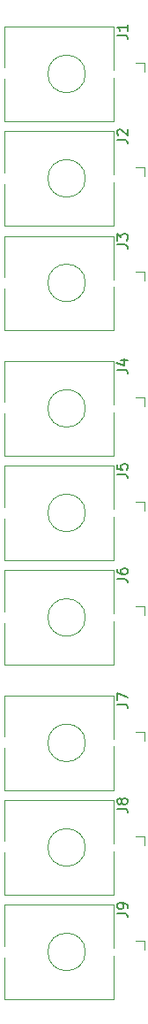
<source format=gto>
G04 #@! TF.GenerationSoftware,KiCad,Pcbnew,7.0.7-7.0.7~ubuntu22.04.1*
G04 #@! TF.CreationDate,2023-09-23T20:45:54+02:00*
G04 #@! TF.ProjectId,Multiple-3x2,4d756c74-6970-46c6-952d-3378322e6b69,rev?*
G04 #@! TF.SameCoordinates,Original*
G04 #@! TF.FileFunction,Legend,Top*
G04 #@! TF.FilePolarity,Positive*
%FSLAX46Y46*%
G04 Gerber Fmt 4.6, Leading zero omitted, Abs format (unit mm)*
G04 Created by KiCad (PCBNEW 7.0.7-7.0.7~ubuntu22.04.1) date 2023-09-23 20:45:54*
%MOMM*%
%LPD*%
G01*
G04 APERTURE LIST*
%ADD10C,0.150000*%
%ADD11C,0.120000*%
%ADD12R,1.830000X1.930000*%
%ADD13C,2.130000*%
G04 APERTURE END LIST*
D10*
X64154819Y-90303333D02*
X64869104Y-90303333D01*
X64869104Y-90303333D02*
X65011961Y-90350952D01*
X65011961Y-90350952D02*
X65107200Y-90446190D01*
X65107200Y-90446190D02*
X65154819Y-90589047D01*
X65154819Y-90589047D02*
X65154819Y-90684285D01*
X64154819Y-89398571D02*
X64154819Y-89589047D01*
X64154819Y-89589047D02*
X64202438Y-89684285D01*
X64202438Y-89684285D02*
X64250057Y-89731904D01*
X64250057Y-89731904D02*
X64392914Y-89827142D01*
X64392914Y-89827142D02*
X64583390Y-89874761D01*
X64583390Y-89874761D02*
X64964342Y-89874761D01*
X64964342Y-89874761D02*
X65059580Y-89827142D01*
X65059580Y-89827142D02*
X65107200Y-89779523D01*
X65107200Y-89779523D02*
X65154819Y-89684285D01*
X65154819Y-89684285D02*
X65154819Y-89493809D01*
X65154819Y-89493809D02*
X65107200Y-89398571D01*
X65107200Y-89398571D02*
X65059580Y-89350952D01*
X65059580Y-89350952D02*
X64964342Y-89303333D01*
X64964342Y-89303333D02*
X64726247Y-89303333D01*
X64726247Y-89303333D02*
X64631009Y-89350952D01*
X64631009Y-89350952D02*
X64583390Y-89398571D01*
X64583390Y-89398571D02*
X64535771Y-89493809D01*
X64535771Y-89493809D02*
X64535771Y-89684285D01*
X64535771Y-89684285D02*
X64583390Y-89779523D01*
X64583390Y-89779523D02*
X64631009Y-89827142D01*
X64631009Y-89827142D02*
X64726247Y-89874761D01*
X64154819Y-70303333D02*
X64869104Y-70303333D01*
X64869104Y-70303333D02*
X65011961Y-70350952D01*
X65011961Y-70350952D02*
X65107200Y-70446190D01*
X65107200Y-70446190D02*
X65154819Y-70589047D01*
X65154819Y-70589047D02*
X65154819Y-70684285D01*
X64488152Y-69398571D02*
X65154819Y-69398571D01*
X64107200Y-69636666D02*
X64821485Y-69874761D01*
X64821485Y-69874761D02*
X64821485Y-69255714D01*
X64154819Y-122303333D02*
X64869104Y-122303333D01*
X64869104Y-122303333D02*
X65011961Y-122350952D01*
X65011961Y-122350952D02*
X65107200Y-122446190D01*
X65107200Y-122446190D02*
X65154819Y-122589047D01*
X65154819Y-122589047D02*
X65154819Y-122684285D01*
X65154819Y-121779523D02*
X65154819Y-121589047D01*
X65154819Y-121589047D02*
X65107200Y-121493809D01*
X65107200Y-121493809D02*
X65059580Y-121446190D01*
X65059580Y-121446190D02*
X64916723Y-121350952D01*
X64916723Y-121350952D02*
X64726247Y-121303333D01*
X64726247Y-121303333D02*
X64345295Y-121303333D01*
X64345295Y-121303333D02*
X64250057Y-121350952D01*
X64250057Y-121350952D02*
X64202438Y-121398571D01*
X64202438Y-121398571D02*
X64154819Y-121493809D01*
X64154819Y-121493809D02*
X64154819Y-121684285D01*
X64154819Y-121684285D02*
X64202438Y-121779523D01*
X64202438Y-121779523D02*
X64250057Y-121827142D01*
X64250057Y-121827142D02*
X64345295Y-121874761D01*
X64345295Y-121874761D02*
X64583390Y-121874761D01*
X64583390Y-121874761D02*
X64678628Y-121827142D01*
X64678628Y-121827142D02*
X64726247Y-121779523D01*
X64726247Y-121779523D02*
X64773866Y-121684285D01*
X64773866Y-121684285D02*
X64773866Y-121493809D01*
X64773866Y-121493809D02*
X64726247Y-121398571D01*
X64726247Y-121398571D02*
X64678628Y-121350952D01*
X64678628Y-121350952D02*
X64583390Y-121303333D01*
X64154819Y-80303333D02*
X64869104Y-80303333D01*
X64869104Y-80303333D02*
X65011961Y-80350952D01*
X65011961Y-80350952D02*
X65107200Y-80446190D01*
X65107200Y-80446190D02*
X65154819Y-80589047D01*
X65154819Y-80589047D02*
X65154819Y-80684285D01*
X64154819Y-79350952D02*
X64154819Y-79827142D01*
X64154819Y-79827142D02*
X64631009Y-79874761D01*
X64631009Y-79874761D02*
X64583390Y-79827142D01*
X64583390Y-79827142D02*
X64535771Y-79731904D01*
X64535771Y-79731904D02*
X64535771Y-79493809D01*
X64535771Y-79493809D02*
X64583390Y-79398571D01*
X64583390Y-79398571D02*
X64631009Y-79350952D01*
X64631009Y-79350952D02*
X64726247Y-79303333D01*
X64726247Y-79303333D02*
X64964342Y-79303333D01*
X64964342Y-79303333D02*
X65059580Y-79350952D01*
X65059580Y-79350952D02*
X65107200Y-79398571D01*
X65107200Y-79398571D02*
X65154819Y-79493809D01*
X65154819Y-79493809D02*
X65154819Y-79731904D01*
X65154819Y-79731904D02*
X65107200Y-79827142D01*
X65107200Y-79827142D02*
X65059580Y-79874761D01*
X64154819Y-102303333D02*
X64869104Y-102303333D01*
X64869104Y-102303333D02*
X65011961Y-102350952D01*
X65011961Y-102350952D02*
X65107200Y-102446190D01*
X65107200Y-102446190D02*
X65154819Y-102589047D01*
X65154819Y-102589047D02*
X65154819Y-102684285D01*
X64154819Y-101922380D02*
X64154819Y-101255714D01*
X64154819Y-101255714D02*
X65154819Y-101684285D01*
X64154819Y-58303333D02*
X64869104Y-58303333D01*
X64869104Y-58303333D02*
X65011961Y-58350952D01*
X65011961Y-58350952D02*
X65107200Y-58446190D01*
X65107200Y-58446190D02*
X65154819Y-58589047D01*
X65154819Y-58589047D02*
X65154819Y-58684285D01*
X64154819Y-57922380D02*
X64154819Y-57303333D01*
X64154819Y-57303333D02*
X64535771Y-57636666D01*
X64535771Y-57636666D02*
X64535771Y-57493809D01*
X64535771Y-57493809D02*
X64583390Y-57398571D01*
X64583390Y-57398571D02*
X64631009Y-57350952D01*
X64631009Y-57350952D02*
X64726247Y-57303333D01*
X64726247Y-57303333D02*
X64964342Y-57303333D01*
X64964342Y-57303333D02*
X65059580Y-57350952D01*
X65059580Y-57350952D02*
X65107200Y-57398571D01*
X65107200Y-57398571D02*
X65154819Y-57493809D01*
X65154819Y-57493809D02*
X65154819Y-57779523D01*
X65154819Y-57779523D02*
X65107200Y-57874761D01*
X65107200Y-57874761D02*
X65059580Y-57922380D01*
X64154819Y-38303333D02*
X64869104Y-38303333D01*
X64869104Y-38303333D02*
X65011961Y-38350952D01*
X65011961Y-38350952D02*
X65107200Y-38446190D01*
X65107200Y-38446190D02*
X65154819Y-38589047D01*
X65154819Y-38589047D02*
X65154819Y-38684285D01*
X65154819Y-37303333D02*
X65154819Y-37874761D01*
X65154819Y-37589047D02*
X64154819Y-37589047D01*
X64154819Y-37589047D02*
X64297676Y-37684285D01*
X64297676Y-37684285D02*
X64392914Y-37779523D01*
X64392914Y-37779523D02*
X64440533Y-37874761D01*
X64154819Y-112303333D02*
X64869104Y-112303333D01*
X64869104Y-112303333D02*
X65011961Y-112350952D01*
X65011961Y-112350952D02*
X65107200Y-112446190D01*
X65107200Y-112446190D02*
X65154819Y-112589047D01*
X65154819Y-112589047D02*
X65154819Y-112684285D01*
X64583390Y-111684285D02*
X64535771Y-111779523D01*
X64535771Y-111779523D02*
X64488152Y-111827142D01*
X64488152Y-111827142D02*
X64392914Y-111874761D01*
X64392914Y-111874761D02*
X64345295Y-111874761D01*
X64345295Y-111874761D02*
X64250057Y-111827142D01*
X64250057Y-111827142D02*
X64202438Y-111779523D01*
X64202438Y-111779523D02*
X64154819Y-111684285D01*
X64154819Y-111684285D02*
X64154819Y-111493809D01*
X64154819Y-111493809D02*
X64202438Y-111398571D01*
X64202438Y-111398571D02*
X64250057Y-111350952D01*
X64250057Y-111350952D02*
X64345295Y-111303333D01*
X64345295Y-111303333D02*
X64392914Y-111303333D01*
X64392914Y-111303333D02*
X64488152Y-111350952D01*
X64488152Y-111350952D02*
X64535771Y-111398571D01*
X64535771Y-111398571D02*
X64583390Y-111493809D01*
X64583390Y-111493809D02*
X64583390Y-111684285D01*
X64583390Y-111684285D02*
X64631009Y-111779523D01*
X64631009Y-111779523D02*
X64678628Y-111827142D01*
X64678628Y-111827142D02*
X64773866Y-111874761D01*
X64773866Y-111874761D02*
X64964342Y-111874761D01*
X64964342Y-111874761D02*
X65059580Y-111827142D01*
X65059580Y-111827142D02*
X65107200Y-111779523D01*
X65107200Y-111779523D02*
X65154819Y-111684285D01*
X65154819Y-111684285D02*
X65154819Y-111493809D01*
X65154819Y-111493809D02*
X65107200Y-111398571D01*
X65107200Y-111398571D02*
X65059580Y-111350952D01*
X65059580Y-111350952D02*
X64964342Y-111303333D01*
X64964342Y-111303333D02*
X64773866Y-111303333D01*
X64773866Y-111303333D02*
X64678628Y-111350952D01*
X64678628Y-111350952D02*
X64631009Y-111398571D01*
X64631009Y-111398571D02*
X64583390Y-111493809D01*
X64154819Y-48303333D02*
X64869104Y-48303333D01*
X64869104Y-48303333D02*
X65011961Y-48350952D01*
X65011961Y-48350952D02*
X65107200Y-48446190D01*
X65107200Y-48446190D02*
X65154819Y-48589047D01*
X65154819Y-48589047D02*
X65154819Y-48684285D01*
X64250057Y-47874761D02*
X64202438Y-47827142D01*
X64202438Y-47827142D02*
X64154819Y-47731904D01*
X64154819Y-47731904D02*
X64154819Y-47493809D01*
X64154819Y-47493809D02*
X64202438Y-47398571D01*
X64202438Y-47398571D02*
X64250057Y-47350952D01*
X64250057Y-47350952D02*
X64345295Y-47303333D01*
X64345295Y-47303333D02*
X64440533Y-47303333D01*
X64440533Y-47303333D02*
X64583390Y-47350952D01*
X64583390Y-47350952D02*
X65154819Y-47922380D01*
X65154819Y-47922380D02*
X65154819Y-47303333D01*
D11*
X63800000Y-89500000D02*
X53300000Y-89500000D01*
X66780000Y-92940000D02*
X65980000Y-92940000D01*
X66780000Y-92940000D02*
X66780000Y-93800000D01*
X53300000Y-93500000D02*
X53300000Y-89500000D01*
X63800000Y-93650000D02*
X63800000Y-89500000D01*
X63800000Y-98500000D02*
X63800000Y-94350000D01*
X63800000Y-98500000D02*
X53300000Y-98500000D01*
X53300000Y-98500000D02*
X53300000Y-94500000D01*
X61100000Y-94000000D02*
G75*
G03*
X61100000Y-94000000I-1800000J0D01*
G01*
X63800000Y-69500000D02*
X53300000Y-69500000D01*
X66780000Y-72940000D02*
X65980000Y-72940000D01*
X66780000Y-72940000D02*
X66780000Y-73800000D01*
X53300000Y-73500000D02*
X53300000Y-69500000D01*
X63800000Y-73650000D02*
X63800000Y-69500000D01*
X63800000Y-78500000D02*
X63800000Y-74350000D01*
X63800000Y-78500000D02*
X53300000Y-78500000D01*
X53300000Y-78500000D02*
X53300000Y-74500000D01*
X61100000Y-74000000D02*
G75*
G03*
X61100000Y-74000000I-1800000J0D01*
G01*
X63800000Y-121500000D02*
X53300000Y-121500000D01*
X66780000Y-124940000D02*
X65980000Y-124940000D01*
X66780000Y-124940000D02*
X66780000Y-125800000D01*
X53300000Y-125500000D02*
X53300000Y-121500000D01*
X63800000Y-125650000D02*
X63800000Y-121500000D01*
X63800000Y-130500000D02*
X63800000Y-126350000D01*
X63800000Y-130500000D02*
X53300000Y-130500000D01*
X53300000Y-130500000D02*
X53300000Y-126500000D01*
X61100000Y-126000000D02*
G75*
G03*
X61100000Y-126000000I-1800000J0D01*
G01*
X63800000Y-79500000D02*
X53300000Y-79500000D01*
X66780000Y-82940000D02*
X65980000Y-82940000D01*
X66780000Y-82940000D02*
X66780000Y-83800000D01*
X53300000Y-83500000D02*
X53300000Y-79500000D01*
X63800000Y-83650000D02*
X63800000Y-79500000D01*
X63800000Y-88500000D02*
X63800000Y-84350000D01*
X63800000Y-88500000D02*
X53300000Y-88500000D01*
X53300000Y-88500000D02*
X53300000Y-84500000D01*
X61100000Y-84000000D02*
G75*
G03*
X61100000Y-84000000I-1800000J0D01*
G01*
X63800000Y-101500000D02*
X53300000Y-101500000D01*
X66780000Y-104940000D02*
X65980000Y-104940000D01*
X66780000Y-104940000D02*
X66780000Y-105800000D01*
X53300000Y-105500000D02*
X53300000Y-101500000D01*
X63800000Y-105650000D02*
X63800000Y-101500000D01*
X63800000Y-110500000D02*
X63800000Y-106350000D01*
X63800000Y-110500000D02*
X53300000Y-110500000D01*
X53300000Y-110500000D02*
X53300000Y-106500000D01*
X61100000Y-106000000D02*
G75*
G03*
X61100000Y-106000000I-1800000J0D01*
G01*
X63800000Y-57500000D02*
X53300000Y-57500000D01*
X66780000Y-60940000D02*
X65980000Y-60940000D01*
X66780000Y-60940000D02*
X66780000Y-61800000D01*
X53300000Y-61500000D02*
X53300000Y-57500000D01*
X63800000Y-61650000D02*
X63800000Y-57500000D01*
X63800000Y-66500000D02*
X63800000Y-62350000D01*
X63800000Y-66500000D02*
X53300000Y-66500000D01*
X53300000Y-66500000D02*
X53300000Y-62500000D01*
X61100000Y-62000000D02*
G75*
G03*
X61100000Y-62000000I-1800000J0D01*
G01*
X63800000Y-37500000D02*
X53300000Y-37500000D01*
X66780000Y-40940000D02*
X65980000Y-40940000D01*
X66780000Y-40940000D02*
X66780000Y-41800000D01*
X53300000Y-41500000D02*
X53300000Y-37500000D01*
X63800000Y-41650000D02*
X63800000Y-37500000D01*
X63800000Y-46500000D02*
X63800000Y-42350000D01*
X63800000Y-46500000D02*
X53300000Y-46500000D01*
X53300000Y-46500000D02*
X53300000Y-42500000D01*
X61100000Y-42000000D02*
G75*
G03*
X61100000Y-42000000I-1800000J0D01*
G01*
X63800000Y-111500000D02*
X53300000Y-111500000D01*
X66780000Y-114940000D02*
X65980000Y-114940000D01*
X66780000Y-114940000D02*
X66780000Y-115800000D01*
X53300000Y-115500000D02*
X53300000Y-111500000D01*
X63800000Y-115650000D02*
X63800000Y-111500000D01*
X63800000Y-120500000D02*
X63800000Y-116350000D01*
X63800000Y-120500000D02*
X53300000Y-120500000D01*
X53300000Y-120500000D02*
X53300000Y-116500000D01*
X61100000Y-116000000D02*
G75*
G03*
X61100000Y-116000000I-1800000J0D01*
G01*
X63800000Y-47500000D02*
X53300000Y-47500000D01*
X66780000Y-50940000D02*
X65980000Y-50940000D01*
X66780000Y-50940000D02*
X66780000Y-51800000D01*
X53300000Y-51500000D02*
X53300000Y-47500000D01*
X63800000Y-51650000D02*
X63800000Y-47500000D01*
X63800000Y-56500000D02*
X63800000Y-52350000D01*
X63800000Y-56500000D02*
X53300000Y-56500000D01*
X53300000Y-56500000D02*
X53300000Y-52500000D01*
X61100000Y-52000000D02*
G75*
G03*
X61100000Y-52000000I-1800000J0D01*
G01*
%LPC*%
D12*
X65780000Y-94000000D03*
D13*
X54380000Y-94000000D03*
X62680000Y-94000000D03*
D12*
X65780000Y-74000000D03*
D13*
X54380000Y-74000000D03*
X62680000Y-74000000D03*
D12*
X65780000Y-126000000D03*
D13*
X54380000Y-126000000D03*
X62680000Y-126000000D03*
D12*
X65780000Y-84000000D03*
D13*
X54380000Y-84000000D03*
X62680000Y-84000000D03*
D12*
X65780000Y-106000000D03*
D13*
X54380000Y-106000000D03*
X62680000Y-106000000D03*
D12*
X65780000Y-62000000D03*
D13*
X54380000Y-62000000D03*
X62680000Y-62000000D03*
D12*
X65780000Y-42000000D03*
D13*
X54380000Y-42000000D03*
X62680000Y-42000000D03*
D12*
X65780000Y-116000000D03*
D13*
X54380000Y-116000000D03*
X62680000Y-116000000D03*
D12*
X65780000Y-52000000D03*
D13*
X54380000Y-52000000D03*
X62680000Y-52000000D03*
%LPD*%
M02*

</source>
